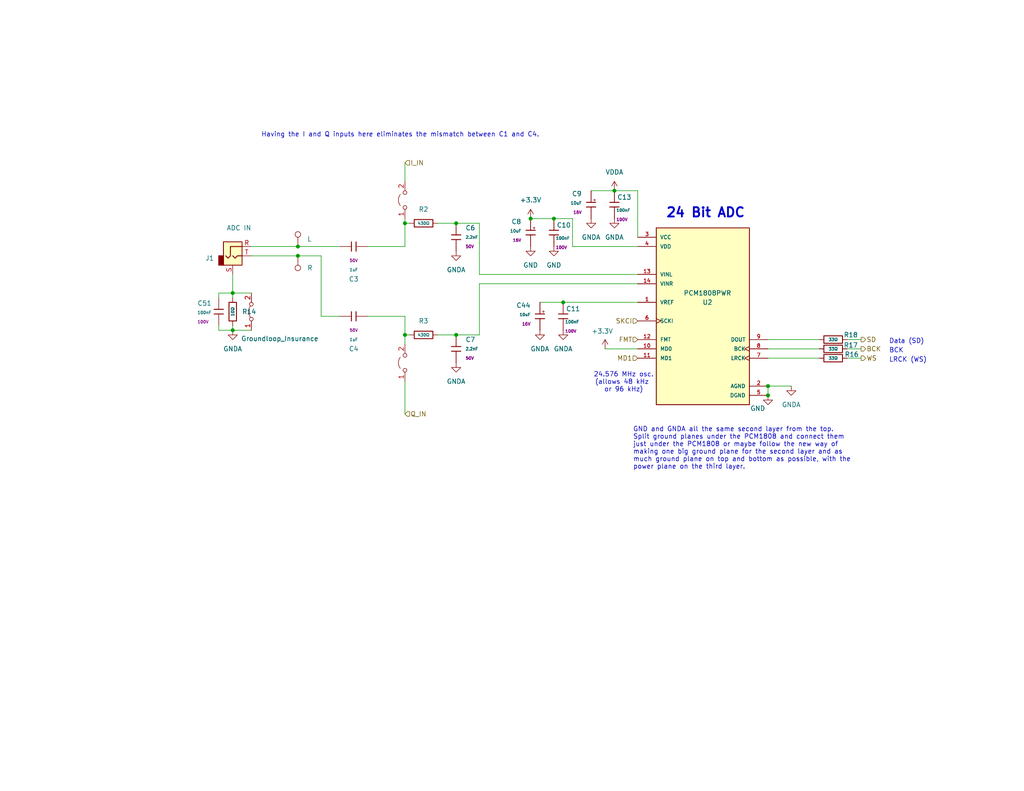
<source format=kicad_sch>
(kicad_sch (version 20250114) (generator "eeschema") (generator_version "9.0")
  (paper "USLetter")
  (title_block (date "2026-01-11") (rev "0.1"))
  (lib_symbols
    (symbol "Connector:TestPoint" (pin_numbers (hide yes)) (pin_names (offset 0.762) (hide yes))
      (property "Reference" "TP" (at 0 6.858 0))
      (property "Value" "TestPoint" (at 0 5.08 0))
      (symbol "TestPoint_0_1"
        (circle (center 0 3.302) (radius 0.762))
      )
      (symbol "TestPoint_1_1"
        (pin passive line (at 0 0 90) (length 2.54) (name "1") (number "1"))
      )
    )
    (symbol "Connector_Audio:AudioJack2_Ground"
      (property "Reference" "J4" (at -5.08 -0.635 0))
      (property "Value" "Audio Out to Soundcard" (at 5.08 7.62 0))
      (symbol "AudioJack2_Ground_0_1"
        (rectangle (start -2.54 -2.54) (end -3.81 0) (stroke (width 0.254)) (fill (type outline)))
        (polyline (pts (xy 0 0) (xy 0.635 -0.635) (xy 1.27 0) (xy 2.54 0)) (stroke (width 0.254)))
        (rectangle (start 2.54 3.81) (end -2.54 -2.54) (stroke (width 0.254)) (fill (type background)))
        (polyline (pts (xy 2.54 2.54) (xy -0.635 2.54) (xy -0.635 0) (xy -1.27 -0.635) (xy -1.905 0)) (stroke (width 0.254)))
      )
      (symbol "AudioJack2_Ground_1_1"
        (pin passive line (at 0 -5.08 90) (length 2.54) (name "~") (number "S"))
        (pin passive line (at 5.08 2.54 180) (length 2.54) (name "~") (number "R"))
        (pin passive line (at 5.08 0 180) (length 2.54) (name "~") (number "T"))
      )
    )
    (symbol "Jumper:Jumper_2_Open" (pin_names (offset 0) (hide yes))
      (property "Reference" "JP" (at 0 2.794 0))
      (property "Value" "Jumper_2_Open" (at 0 -2.286 0))
      (symbol "Jumper_2_Open_0_0"
        (circle (center -2.032 0) (radius 0.508))
        (circle (center 2.032 0) (radius 0.508))
      )
      (symbol "Jumper_2_Open_0_1"
        (arc (start -1.524 1.27) (mid 0 1.778) (end 1.524 1.27))
      )
      (symbol "Jumper_2_Open_1_1"
        (pin passive line (at -5.08 0 0) (length 2.54) (name "A") (number "1"))
        (pin passive line (at 5.08 0 180) (length 2.54) (name "B") (number "2"))
      )
    )
    (symbol "Jumper_2_Bridged_1" (pin_names (offset 0) (hide yes))
      (property "Reference" "JP" (at 0 1.905 0))
      (property "Value" "Jumper_2_Bridged" (at 0 -2.54 0))
      (symbol "Jumper_2_Bridged_1_0_0"
        (circle (center -2.032 0) (radius 0.508))
        (circle (center 2.032 0) (radius 0.508))
      )
      (symbol "Jumper_2_Bridged_1_0_1"
        (arc (start -1.524 0.254) (mid 0 0.762) (end 1.524 0.254))
      )
      (symbol "Jumper_2_Bridged_1_1_1"
        (pin passive line (at -5.08 0 0) (length 2.54) (name "A") (number "1"))
        (pin passive line (at 5.08 0 180) (length 2.54) (name "B") (number "2"))
      )
    )
    (symbol "PCM1808PWR:PCM1808PWR" (pin_names (offset 1.016))
      (property "Reference" "U" (at -12.7 24.13 0))
      (property "Value" "PCM1808PWR" (at -12.7 -27.94 0))
      (symbol "PCM1808PWR_0_0"
        (rectangle (start -12.7 -25.4) (end 12.7 22.86) (stroke (width 0.254)) (fill (type background)))
        (pin power_in line (at -17.78 20.32 0) (length 5.08) (name "VCC") (number "3"))
        (pin power_in line (at -17.78 17.78 0) (length 5.08) (name "VDD") (number "4"))
        (pin input line (at -17.78 10.16 0) (length 5.08) (name "VINL") (number "13"))
        (pin input line (at -17.78 7.62 0) (length 5.08) (name "VINR") (number "14"))
        (pin input line (at -17.78 2.54 0) (length 5.08) (name "VREF") (number "1"))
        (pin input clock (at -17.78 -2.54 0) (length 5.08) (name "SCKI") (number "6"))
        (pin input line (at -17.78 -7.62 0) (length 5.08) (name "FMT") (number "12"))
        (pin input line (at -17.78 -10.16 0) (length 5.08) (name "MD0") (number "10"))
        (pin input line (at -17.78 -12.7 0) (length 5.08) (name "MD1") (number "11"))
        (pin output line (at 17.78 -7.62 180) (length 5.08) (name "DOUT") (number "9"))
        (pin bidirectional clock (at 17.78 -10.16 180) (length 5.08) (name "BCK") (number "8"))
        (pin bidirectional clock (at 17.78 -12.7 180) (length 5.08) (name "LRCK") (number "7"))
        (pin power_in line (at 17.78 -20.32 180) (length 5.08) (name "AGND") (number "2"))
        (pin power_in line (at 17.78 -22.86 180) (length 5.08) (name "DGND") (number "5"))
      )
    )
    (symbol "PCM_JLCPCB-Capacitors:0805,100nF" (pin_numbers (hide yes)) (pin_names (offset 0))
      (property "Reference" "C" (at 2.032 1.668 0))
      (property "Value" "100nF" (at 2.032 -0.3782 0))
      (property "Voltage Rated" "100V" (at 2.032 -2.0462 0))
      (symbol "0805,100nF_0_1"
        (polyline (pts (xy -1.27 0.635) (xy 1.27 0.635)) (stroke (width 0.254)))
        (polyline (pts (xy -1.27 -0.635) (xy 1.27 -0.635)) (stroke (width 0.254)))
      )
      (symbol "0805,100nF_1_1"
        (pin passive line (at 0 3.81 270) (length 3.175) (name "~") (number "1"))
        (pin passive line (at 0 -3.81 90) (length 3.175) (name "~") (number "2"))
      )
    )
    (symbol "PCM_JLCPCB-Capacitors:0805,1uF" (pin_numbers (hide yes)) (pin_names (offset 0))
      (property "Reference" "C" (at 2.032 1.668 0))
      (property "Value" "1uF" (at 2.032 -0.3782 0))
      (property "Voltage Rated" "50V" (at 2.032 -2.0462 0))
      (symbol "0805,1uF_0_1"
        (polyline (pts (xy -1.27 0.635) (xy 1.27 0.635)) (stroke (width 0.254)))
        (polyline (pts (xy -1.27 -0.635) (xy 1.27 -0.635)) (stroke (width 0.254)))
      )
      (symbol "0805,1uF_1_1"
        (pin passive line (at 0 3.81 270) (length 3.175) (name "~") (number "1"))
        (pin passive line (at 0 -3.81 90) (length 3.175) (name "~") (number "2"))
      )
    )
    (symbol "PCM_JLCPCB-Capacitors:0805,2.2nF" (pin_numbers (hide yes)) (pin_names (offset 0))
      (property "Reference" "C" (at 2.032 1.668 0))
      (property "Value" "2.2nF" (at 2.032 -0.3782 0))
      (property "Voltage Rated" "50V" (at 2.032 -2.0462 0))
      (symbol "0805,2.2nF_0_1"
        (polyline (pts (xy -1.27 0.635) (xy 1.27 0.635)) (stroke (width 0.254)))
        (polyline (pts (xy -1.27 -0.635) (xy 1.27 -0.635)) (stroke (width 0.254)))
      )
      (symbol "0805,2.2nF_1_1"
        (pin passive line (at 0 3.81 270) (length 3.175) (name "~") (number "1"))
        (pin passive line (at 0 -3.81 90) (length 3.175) (name "~") (number "2"))
      )
    )
    (symbol "PCM_JLCPCB-Capacitors:CASE-A-3216-18(mm),10uF" (pin_numbers (hide yes)) (pin_names (offset 0))
      (property "Reference" "C" (at 2.032 1.668 0))
      (property "Value" "10uF" (at 2.032 -0.3782 0))
      (property "Rated Voltage" "16V" (at 2.032 -2.0462 0))
      (symbol "CASE-A-3216-18(mm),10uF_0_1"
        (polyline (pts (xy -1.27 1.27) (xy -0.635 1.27)) (stroke (width 0.127)))
        (polyline (pts (xy -1.27 0.635) (xy 1.27 0.635)) (stroke (width 0.254)))
        (polyline (pts (xy -1.27 -0.635) (xy 1.27 -0.635)) (stroke (width 0.254)))
        (polyline (pts (xy -0.9525 1.5875) (xy -0.9525 0.9525)) (stroke (width 0.127)))
      )
      (symbol "CASE-A-3216-18(mm),10uF_1_1"
        (pin passive line (at 0 3.81 270) (length 3.175) (name "~") (number "1"))
        (pin passive line (at 0 -3.81 90) (length 3.175) (name "~") (number "2"))
      )
    )
    (symbol "PCM_JLCPCB-Resistors:0603,10Ω" (pin_numbers (hide yes)) (pin_names (offset 0))
      (property "Reference" "R" (at 1.778 0 0))
      (property "Value" "10Ω" (at 0 0 90))
      (symbol "0603,10Ω_0_1"
        (rectangle (start -1.016 2.54) (end 1.016 -2.54) (stroke (width 0.254)))
      )
      (symbol "0603,10Ω_1_1"
        (pin passive line (at 0 3.81 270) (length 1.27) (name "~") (number "1"))
        (pin passive line (at 0 -3.81 90) (length 1.27) (name "~") (number "2"))
      )
    )
    (symbol "PCM_JLCPCB-Resistors:0603,430Ω" (pin_numbers (hide yes)) (pin_names (offset 0))
      (property "Reference" "R" (at 1.778 0 0))
      (property "Value" "430Ω" (at 0 0 90))
      (symbol "0603,430Ω_0_1"
        (rectangle (start -1.016 2.54) (end 1.016 -2.54) (stroke (width 0.254)))
      )
      (symbol "0603,430Ω_1_1"
        (pin passive line (at 0 3.81 270) (length 1.27) (name "~") (number "1"))
        (pin passive line (at 0 -3.81 90) (length 1.27) (name "~") (number "2"))
      )
    )
    (symbol "PCM_JLCPCB-Resistors:0805,33Ω" (pin_numbers (hide yes)) (pin_names (offset 0))
      (property "Reference" "R" (at 1.778 0 0))
      (property "Value" "33Ω" (at 0 0 90))
      (symbol "0805,33Ω_0_1"
        (rectangle (start -1.016 2.54) (end 1.016 -2.54) (stroke (width 0.254)))
      )
      (symbol "0805,33Ω_1_1"
        (pin passive line (at 0 3.81 270) (length 1.27) (name "~") (number "1"))
        (pin passive line (at 0 -3.81 90) (length 1.27) (name "~") (number "2"))
      )
    )
    (symbol "power:+3.3V" (power) (pin_names (offset 0))
      (property "Value" "+3.3V" (at 0 3.556 0))
      (symbol "+3.3V_0_1"
        (polyline (pts (xy -0.762 1.27) (xy 0 2.54)))
        (polyline (pts (xy 0 2.54) (xy 0.762 1.27)))
        (polyline (pts (xy 0 0) (xy 0 2.54)))
      )
      (symbol "+3.3V_1_1"
        (pin power_in line (at 0 0 90) (length 0) (hide yes) (name "+3.3V") (number "1"))
      )
    )
    (symbol "power:GND" (power) (pin_names (offset 0))
      (property "Value" "GND" (at 0 -3.81 0))
      (symbol "GND_0_1"
        (polyline (pts (xy 0 0) (xy 0 -1.27) (xy 1.27 -1.27) (xy 0 -2.54) (xy -1.27 -1.27) (xy 0 -1.27)))
      )
      (symbol "GND_1_1"
        (pin power_in line (at 0 0 270) (length 0) (hide yes) (name "GND") (number "1"))
      )
    )
    (symbol "power:GNDA" (power) (pin_names (offset 0))
      (property "Value" "GNDA" (at 0 -3.81 0))
      (symbol "GNDA_0_1"
        (polyline (pts (xy 0 0) (xy 0 -1.27) (xy 1.27 -1.27) (xy 0 -2.54) (xy -1.27 -1.27) (xy 0 -1.27)))
      )
      (symbol "GNDA_1_1"
        (pin power_in line (at 0 0 270) (length 0) (hide yes) (name "GNDA") (number "1"))
      )
    )
    (symbol "power:VDDA" (power) (pin_names (offset 0))
      (property "Value" "VDDA" (at 0 3.81 0))
      (symbol "VDDA_0_1"
        (polyline (pts (xy -0.762 1.27) (xy 0 2.54)))
        (polyline (pts (xy 0 2.54) (xy 0.762 1.27)))
        (polyline (pts (xy 0 0) (xy 0 2.54)))
      )
      (symbol "VDDA_1_1"
        (pin power_in line (at 0 0 90) (length 0) (hide yes) (name "VDDA") (number "1"))
      )
    )
  )
  (text "24.576 MHz osc.\n(allows 48 kHz \nor 96 kHz)" (at 170.18 104.394 0) (effects (font (size 1.27 1.27))))
  (text "Data (SD)" (at 242.57 93.98 0) (effects (font (size 1.27 1.27)) (justify left bottom)))
  (text "BCK" (at 242.57 96.52 0) (effects (font (size 1.27 1.27)) (justify left bottom)))
  (text "GND and GNDA all the same second layer from the top.\nSplit ground planes under the PCM1808 and connect them\njust under the PCM1808 or maybe follow the new way of\nmaking one big ground plane for the second layer and as\nmuch ground plane on top and bottom as possible, with the\npower plane on the third layer." (at 172.72 128.27 0) (effects (font (size 1.27 1.27)) (justify left bottom)))
  (text "Having the I and Q inputs here eliminates the mismatch between C1 and C4." (at 109.22 36.83 0) (effects (font (size 1.27 1.27))))
  (text "LRCK (WS)" (at 242.57 99.06 0) (effects (font (size 1.27 1.27)) (justify left bottom)))
  (text "24 Bit ADC" (at 181.61 59.69 0) (effects (font (size 2.54 2.54) (thickness 0.5) (bold yes)) (justify left bottom)))
  (junction (at 124.46 91.44))
  (junction (at 153.67 82.55))
  (junction (at 110.49 91.44))
  (junction (at 144.78 59.69))
  (junction (at 81.28 69.85))
  (junction (at 81.28 67.31))
  (junction (at 63.5 90.17))
  (junction (at 167.64 52.07))
  (junction (at 209.55 107.95))
  (junction (at 209.55 105.41))
  (junction (at 63.5 80.01))
  (junction (at 151.13 59.69))
  (junction (at 124.46 60.96))
  (junction (at 110.49 60.96))
  (wire (pts (xy 167.64 52.07) (xy 173.99 52.07)))
  (wire (pts (xy 63.5 90.17) (xy 68.58 90.17)))
  (wire (pts (xy 63.5 81.28) (xy 63.5 80.01)))
  (wire (pts (xy 231.14 95.25) (xy 234.95 95.25)))
  (wire (pts (xy 100.33 86.36) (xy 110.49 86.36)))
  (wire (pts (xy 165.1 95.25) (xy 173.99 95.25)))
  (wire (pts (xy 100.33 67.31) (xy 110.49 67.31)))
  (wire (pts (xy 68.58 80.01) (xy 63.5 80.01)))
  (wire (pts (xy 59.69 90.17) (xy 63.5 90.17)))
  (wire (pts (xy 161.29 52.07) (xy 167.64 52.07)))
  (wire (pts (xy 156.21 67.31) (xy 173.99 67.31)))
  (wire (pts (xy 63.5 74.93) (xy 63.5 80.01)))
  (wire (pts (xy 87.63 86.36) (xy 92.71 86.36)))
  (wire (pts (xy 110.49 91.44) (xy 111.76 91.44)))
  (wire (pts (xy 144.78 59.69) (xy 151.13 59.69)))
  (wire (pts (xy 110.49 60.96) (xy 111.76 60.96)))
  (wire (pts (xy 81.28 67.31) (xy 92.71 67.31)))
  (wire (pts (xy 209.55 97.79) (xy 223.52 97.79)))
  (wire (pts (xy 130.81 60.96) (xy 130.81 74.93)))
  (wire (pts (xy 110.49 44.45) (xy 110.49 49.53)))
  (wire (pts (xy 209.55 105.41) (xy 209.55 107.95)))
  (wire (pts (xy 231.14 97.79) (xy 234.95 97.79)))
  (wire (pts (xy 87.63 86.36) (xy 87.63 69.85)))
  (wire (pts (xy 110.49 59.69) (xy 110.49 60.96)))
  (wire (pts (xy 151.13 59.69) (xy 156.21 59.69)))
  (wire (pts (xy 209.55 95.25) (xy 223.52 95.25)))
  (wire (pts (xy 153.67 82.55) (xy 173.99 82.55)))
  (wire (pts (xy 124.46 60.96) (xy 130.81 60.96)))
  (wire (pts (xy 68.58 67.31) (xy 81.28 67.31)))
  (wire (pts (xy 209.55 92.71) (xy 223.52 92.71)))
  (wire (pts (xy 59.69 80.01) (xy 63.5 80.01)))
  (wire (pts (xy 63.5 88.9) (xy 63.5 90.17)))
  (wire (pts (xy 124.46 91.44) (xy 130.81 91.44)))
  (wire (pts (xy 156.21 59.69) (xy 156.21 67.31)))
  (wire (pts (xy 130.81 91.44) (xy 130.81 77.47)))
  (wire (pts (xy 209.55 105.41) (xy 215.9 105.41)))
  (wire (pts (xy 130.81 74.93) (xy 173.99 74.93)))
  (wire (pts (xy 119.38 91.44) (xy 124.46 91.44)))
  (wire (pts (xy 110.49 67.31) (xy 110.49 60.96)))
  (wire (pts (xy 147.32 82.55) (xy 153.67 82.55)))
  (wire (pts (xy 231.14 92.71) (xy 234.95 92.71)))
  (wire (pts (xy 68.58 69.85) (xy 81.28 69.85)))
  (wire (pts (xy 81.28 69.85) (xy 87.63 69.85)))
  (wire (pts (xy 119.38 60.96) (xy 124.46 60.96)))
  (wire (pts (xy 173.99 52.07) (xy 173.99 64.77)))
  (wire (pts (xy 110.49 91.44) (xy 110.49 93.98)))
  (wire (pts (xy 110.49 104.14) (xy 110.49 113.03)))
  (wire (pts (xy 59.69 88.9) (xy 59.69 90.17)))
  (wire (pts (xy 130.81 77.47) (xy 173.99 77.47)))
  (wire (pts (xy 59.69 81.28) (xy 59.69 80.01)))
  (wire (pts (xy 110.49 86.36) (xy 110.49 91.44)))
  (hierarchical_label "WS" (shape output) (at 234.95 97.79 0))
  (hierarchical_label "I_IN" (shape input) (at 110.49 44.45 0))
  (hierarchical_label "SKCI" (shape input) (at 173.99 87.63 180))
  (hierarchical_label "SD" (shape output) (at 234.95 92.71 0))
  (hierarchical_label "Q_IN" (shape input) (at 110.49 113.03 0))
  (hierarchical_label "FMT" (shape input) (at 173.99 92.71 180))
  (hierarchical_label "BCK" (shape output) (at 234.95 95.25 0))
  (hierarchical_label "MD1" (shape input) (at 173.99 97.79 180))
  (symbol (lib_id "Connector:TestPoint") (at 81.28 67.31 0) (unit 1)
    (property "Reference" "TP1" (effects (hide yes)))
    (property "Value" "L" (at 83.82 65.278 0) (effects (justify left)))
    (property "Footprint" "TestPoint:TestPoint_THTPad_D1.5mm_Drill0.7mm" (effects (hide yes)))
  )
  (symbol (lib_id "power:GNDA") (at 215.9 105.41 0) (unit 1)
    (property "Reference" "#PWR016" (effects (hide yes)))
    (property "Value" "GNDA" (at 215.9 110.49 0))
  )
  (symbol (lib_id "Connector_Audio:AudioJack2_Ground") (at 63.5 69.85 0) (unit 1)
    (property "Reference" "J1" (at 58.42 70.485 0) (effects (justify right)))
    (property "Value" "ADC IN" (at 68.58 62.23 0) (effects (justify right)))
    (property "Footprint" "Intro_to_CAD:Jack_3.5mm_CUI_SJ-3523-SMT_Horizontal" (effects (hide yes)))
    (property "Datasheet" "https://www.lcsc.com/datasheet/lcsc_datasheet_1811132022_BOOMELE-Boom-Precision-Elec-PJ-320B_C18594.pdf" (effects (hide yes)))
    (property "LCSC" "C18594" (effects (hide yes)))
  )
  (symbol (lib_id "power:GND") (at 144.78 67.31 0) (unit 1)
    (property "Reference" "#PWR05" (effects (hide yes)))
    (property "Value" "GND" (at 144.78 72.39 0))
  )
  (symbol (lib_id "Jumper:Jumper_2_Open") (at 110.49 99.06 90) (unit 1)
    (property "Reference" "JP19" (effects (hide yes)))
    (property "Value" "GND_LP_SND" (effects (hide yes)))
    (property "Footprint" "Jumper:SolderJumper-2_P1.3mm_Open_RoundedPad1.0x1.5mm" (effects (hide yes)))
  )
  (symbol (lib_id "PCM_JLCPCB-Capacitors:0805,100nF") (at 167.64 55.88 180) (unit 1)
    (property "Reference" "C13" (at 168.402 53.848 0) (effects (justify right)))
    (property "Value" "100nF" (at 168.148 57.404 0) (effects (font (size 0.8 0.8)) (justify right)))
    (property "Footprint" "PCM_JLCPCB:C_0805" (effects (hide yes)))
    (property "Datasheet" "https://www.lcsc.com/datasheet/lcsc_datasheet_2304140030_Samsung-Electro-Mechanics-CL21B104KCFNNNE_C28233.pdf" (effects (hide yes)))
    (property "Description" "100V 100nF X7R ±10% 0805 Multilayer Ceramic Capacitors MLCC - SMD/SMT ROHS" (effects (hide yes)))
    (property "LCSC" "C28233" (effects (hide yes)))
    (property "Stock" "1168020" (effects (hide yes)))
    (property "Price" "0.009USD" (effects (hide yes)))
    (property "Process" "SMT" (effects (hide yes)))
    (property "Minimum Qty" "20" (effects (hide yes)))
    (property "Attrition Qty" "10" (effects (hide yes)))
    (property "Class" "Basic Component" (effects (hide yes)))
    (property "Category" "Capacitors,Multilayer Ceramic Capacitors MLCC - SMD/SMT" (effects (hide yes)))
    (property "Manufacturer" "Samsung Electro-Mechanics" (effects (hide yes)))
    (property "Part" "CL21B104KCFNNNE" (effects (hide yes)))
    (property "Voltage Rated" "100V" (at 168.148 59.944 0) (effects (font (size 0.8 0.8)) (justify right)))
    (property "Tolerance" "±10%" (effects (hide yes)))
    (property "Capacitance" "100nF" (effects (hide yes)))
    (property "Temperature Coefficient" "X7R" (effects (hide yes)))
  )
  (symbol (lib_id "PCM_JLCPCB-Resistors:0603,430Ω") (at 115.57 91.44 90) (unit 1)
    (property "Reference" "R3" (at 115.57 87.63 90))
    (property "Value" "430Ω" (at 115.57 91.44 90) (effects (font (size 0.8 0.8))))
    (property "Footprint" "PCM_JLCPCB:R_0603" (effects (hide yes)))
    (property "Datasheet" "https://www.lcsc.com/datasheet/lcsc_datasheet_2206010116_UNI-ROYAL-Uniroyal-Elec-0603WAF4300T5E_C23170.pdf" (effects (hide yes)))
    (property "Description" "100mW Thick Film Resistors 75V ±100ppm/°C ±1% 430Ω 0603 Chip Resistor - Surface Mount ROHS" (effects (hide yes)))
    (property "LCSC" "C23170" (effects (hide yes)))
    (property "Stock" "231507" (effects (hide yes)))
    (property "Price" "0.004USD" (effects (hide yes)))
    (property "Process" "SMT" (effects (hide yes)))
    (property "Minimum Qty" "20" (effects (hide yes)))
    (property "Attrition Qty" "10" (effects (hide yes)))
    (property "Class" "Preferred Component" (effects (hide yes)))
    (property "Category" "Resistors,Chip Resistor - Surface Mount" (effects (hide yes)))
    (property "Manufacturer" "UNI-ROYAL(Uniroyal Elec)" (effects (hide yes)))
    (property "Part" "0603WAF4300T5E" (effects (hide yes)))
    (property "Resistance" "430Ω" (effects (hide yes)))
    (property "Power(Watts)" "100mW" (effects (hide yes)))
    (property "Type" "Thick Film Resistors" (effects (hide yes)))
    (property "Overload Voltage (Max)" "75V" (effects (hide yes)))
    (property "Operating Temperature Range" "-55°C~+155°C" (effects (hide yes)))
    (property "Tolerance" "±1%" (effects (hide yes)))
    (property "Temperature Coefficient" "±100ppm/°C" (effects (hide yes)))
  )
  (symbol (lib_id "PCM_JLCPCB-Resistors:0805,33Ω") (at 227.33 92.71 90) (unit 1)
    (property "Reference" "R18" (at 232.156 91.44 90))
    (property "Value" "33Ω" (at 227.33 92.71 90) (effects (font (size 0.8 0.8))))
    (property "Footprint" "PCM_JLCPCB:R_0805" (effects (hide yes)))
    (property "Datasheet" "https://www.lcsc.com/datasheet/lcsc_datasheet_2205311830_UNI-ROYAL-Uniroyal-Elec-0805W8F330JT5E_C17634.pdf" (effects (hide yes)))
    (property "Description" "125mW Thick Film Resistors 150V ±1% ±200ppm/°C 33Ω 0805 Chip Resistor - Surface Mount ROHS" (effects (hide yes)))
    (property "LCSC" "C17634" (effects (hide yes)))
    (property "Stock" "335994" (effects (hide yes)))
    (property "Price" "0.005USD" (effects (hide yes)))
    (property "Process" "SMT" (effects (hide yes)))
    (property "Minimum Qty" "20" (effects (hide yes)))
    (property "Attrition Qty" "10" (effects (hide yes)))
    (property "Class" "Basic Component" (effects (hide yes)))
    (property "Category" "Resistors,Chip Resistor - Surface Mount" (effects (hide yes)))
    (property "Manufacturer" "UNI-ROYAL(Uniroyal Elec)" (effects (hide yes)))
    (property "Part" "0805W8F330JT5E" (effects (hide yes)))
    (property "Resistance" "33Ω" (effects (hide yes)))
    (property "Power(Watts)" "125mW" (effects (hide yes)))
    (property "Type" "Thick Film Resistors" (effects (hide yes)))
    (property "Overload Voltage (Max)" "150V" (effects (hide yes)))
    (property "Operating Temperature Range" "-55°C~+155°C" (effects (hide yes)))
    (property "Tolerance" "±1%" (effects (hide yes)))
    (property "Temperature Coefficient" "±200ppm/°C" (effects (hide yes)))
  )
  (symbol (lib_id "PCM_JLCPCB-Capacitors:CASE-A-3216-18(mm),10uF") (at 147.32 86.36 0) (mirror y) (unit 1)
    (property "Reference" "C44" (at 144.78 83.3754 0) (effects (justify left)))
    (property "Value" "10uF" (at 144.78 85.9155 0) (effects (font (size 0.8 0.8)) (justify left)))
    (property "Footprint" "PCM_JLCPCB:C_CASE-A-3216-18(mm)" (effects (hide yes)))
    (property "Datasheet" "https://www.lcsc.com/datasheet/lcsc_datasheet_2304140030_Kyocera-AVX-TAJA106K016RNJ_C7171.pdf" (effects (hide yes)))
    (property "Description" "10uF 16V 3Ω@100kHz ±10% CASE-A-3216-18(mm) Tantalum Capacitors ROHS" (effects (hide yes)))
    (property "LCSC" "C7171" (effects (hide yes)))
    (property "Stock" "887054" (effects (hide yes)))
    (property "Price" "0.133USD" (effects (hide yes)))
    (property "Process" "SMT" (effects (hide yes)))
    (property "Minimum Qty" "5" (effects (hide yes)))
    (property "Attrition Qty" "2" (effects (hide yes)))
    (property "Class" "Basic Component" (effects (hide yes)))
    (property "Category" "Capacitors,Tantalum Capacitors" (effects (hide yes)))
    (property "Manufacturer" "AVX" (effects (hide yes)))
    (property "Part" "TAJA106K016RNJ" (effects (hide yes)))
    (property "Operating Temperature" "-55°C~+125°C" (effects (hide yes)))
    (property "Equivalent Series Resistance(ESR)" "3Ω@100kHz" (effects (hide yes)))
    (property "Tolerance" "±10%" (effects (hide yes)))
    (property "Capacitance" "10uF" (effects (hide yes)))
    (property "Rated Voltage" "16V" (at 144.78 88.4555 0) (effects (font (size 0.8 0.8)) (justify left)))
  )
  (symbol (lib_id "PCM_JLCPCB-Capacitors:0805,2.2nF") (at 124.46 64.77 0) (unit 1)
    (property "Reference" "C6" (at 127 62.2299 0) (effects (justify left)))
    (property "Value" "2.2nF" (at 127 64.77 0) (effects (font (size 0.8 0.8)) (justify left)))
    (property "Footprint" "PCM_JLCPCB:C_0805" (effects (hide yes)))
    (property "Datasheet" "https://www.lcsc.com/datasheet/lcsc_datasheet_2304140030_Samsung-Electro-Mechanics-CL21C222JBFNNNE_C28260.pdf" (effects (hide yes)))
    (property "Description" "50V 2.2nF C0G ±5% 0805 Multilayer Ceramic Capacitors MLCC - SMD/SMT ROHS" (effects (hide yes)))
    (property "LCSC" "C28260" (effects (hide yes)))
    (property "Stock" "107552" (effects (hide yes)))
    (property "Price" "0.033USD" (effects (hide yes)))
    (property "Process" "SMT" (effects (hide yes)))
    (property "Minimum Qty" "5" (effects (hide yes)))
    (property "Attrition Qty" "4" (effects (hide yes)))
    (property "Class" "Basic Component" (effects (hide yes)))
    (property "Category" "Capacitors,Multilayer Ceramic Capacitors MLCC - SMD/SMT" (effects (hide yes)))
    (property "Manufacturer" "Samsung Electro-Mechanics" (effects (hide yes)))
    (property "Part" "CL21C222JBFNNNE" (effects (hide yes)))
    (property "Voltage Rated" "50V" (at 127 67.31 0) (effects (font (size 0.8 0.8)) (justify left)))
    (property "Tolerance" "±5%" (effects (hide yes)))
    (property "Capacitance" "2.2nF" (effects (hide yes)))
    (property "Temperature Coefficient" "C0G" (effects (hide yes)))
  )
  (symbol (lib_id "power:GNDA") (at 153.67 90.17 0) (unit 1)
    (property "Reference" "#PWR010" (effects (hide yes)))
    (property "Value" "GNDA" (at 153.67 95.25 0))
  )
  (symbol (lib_id "power:GND") (at 209.55 107.95 0) (unit 1)
    (property "Reference" "#PWR015" (effects (hide yes)))
    (property "Value" "GND" (at 206.756 111.506 0))
  )
  (symbol (lib_id "power:GNDA") (at 147.32 90.17 0) (unit 1)
    (property "Reference" "#PWR06" (effects (hide yes)))
    (property "Value" "GNDA" (at 147.32 95.25 0))
  )
  (symbol (lib_id "PCM_JLCPCB-Capacitors:CASE-A-3216-18(mm),10uF") (at 161.29 55.88 0) (mirror y) (unit 1)
    (property "Reference" "C9" (at 158.75 52.8954 0) (effects (justify left)))
    (property "Value" "10uF" (at 158.75 55.4355 0) (effects (font (size 0.8 0.8)) (justify left)))
    (property "Footprint" "PCM_JLCPCB:C_CASE-A-3216-18(mm)" (effects (hide yes)))
    (property "Datasheet" "https://www.lcsc.com/datasheet/lcsc_datasheet_2304140030_Kyocera-AVX-TAJA106K016RNJ_C7171.pdf" (effects (hide yes)))
    (property "Description" "10uF 16V 3Ω@100kHz ±10% CASE-A-3216-18(mm) Tantalum Capacitors ROHS" (effects (hide yes)))
    (property "LCSC" "C7171" (effects (hide yes)))
    (property "Stock" "887054" (effects (hide yes)))
    (property "Price" "0.133USD" (effects (hide yes)))
    (property "Process" "SMT" (effects (hide yes)))
    (property "Minimum Qty" "5" (effects (hide yes)))
    (property "Attrition Qty" "2" (effects (hide yes)))
    (property "Class" "Basic Component" (effects (hide yes)))
    (property "Category" "Capacitors,Tantalum Capacitors" (effects (hide yes)))
    (property "Manufacturer" "AVX" (effects (hide yes)))
    (property "Part" "TAJA106K016RNJ" (effects (hide yes)))
    (property "Operating Temperature" "-55°C~+125°C" (effects (hide yes)))
    (property "Equivalent Series Resistance(ESR)" "3Ω@100kHz" (effects (hide yes)))
    (property "Tolerance" "±10%" (effects (hide yes)))
    (property "Capacitance" "10uF" (effects (hide yes)))
    (property "Rated Voltage" "16V" (at 158.75 57.9755 0) (effects (font (size 0.8 0.8)) (justify left)))
  )
  (symbol (lib_id "PCM_JLCPCB-Capacitors:0805,100nF") (at 59.69 85.09 180) (unit 1)
    (property "Reference" "C51" (at 53.848 82.8039 0) (effects (justify right)))
    (property "Value" "100nF" (at 53.848 85.344 0) (effects (font (size 0.8 0.8)) (justify right)))
    (property "Footprint" "PCM_JLCPCB:C_0805" (effects (hide yes)))
    (property "Datasheet" "https://www.lcsc.com/datasheet/lcsc_datasheet_2304140030_Samsung-Electro-Mechanics-CL21B104KCFNNNE_C28233.pdf" (effects (hide yes)))
    (property "Description" "100V 100nF X7R ±10% 0805 Multilayer Ceramic Capacitors MLCC - SMD/SMT ROHS" (effects (hide yes)))
    (property "LCSC" "C28233" (effects (hide yes)))
    (property "Stock" "1168020" (effects (hide yes)))
    (property "Price" "0.009USD" (effects (hide yes)))
    (property "Process" "SMT" (effects (hide yes)))
    (property "Minimum Qty" "20" (effects (hide yes)))
    (property "Attrition Qty" "10" (effects (hide yes)))
    (property "Class" "Basic Component" (effects (hide yes)))
    (property "Category" "Capacitors,Multilayer Ceramic Capacitors MLCC - SMD/SMT" (effects (hide yes)))
    (property "Manufacturer" "Samsung Electro-Mechanics" (effects (hide yes)))
    (property "Part" "CL21B104KCFNNNE" (effects (hide yes)))
    (property "Voltage Rated" "100V" (at 53.848 87.884 0) (effects (font (size 0.8 0.8)) (justify right)))
    (property "Tolerance" "±10%" (effects (hide yes)))
    (property "Capacitance" "100nF" (effects (hide yes)))
    (property "Temperature Coefficient" "X7R" (effects (hide yes)))
  )
  (symbol (lib_id "PCM_JLCPCB-Resistors:0805,33Ω") (at 227.33 95.25 90) (unit 1)
    (property "Reference" "R17" (at 232.156 94.234 90))
    (property "Value" "33Ω" (at 227.33 95.25 90) (effects (font (size 0.8 0.8))))
    (property "Footprint" "PCM_JLCPCB:R_0805" (effects (hide yes)))
    (property "Datasheet" "https://www.lcsc.com/datasheet/lcsc_datasheet_2205311830_UNI-ROYAL-Uniroyal-Elec-0805W8F330JT5E_C17634.pdf" (effects (hide yes)))
    (property "Description" "125mW Thick Film Resistors 150V ±1% ±200ppm/°C 33Ω 0805 Chip Resistor - Surface Mount ROHS" (effects (hide yes)))
    (property "LCSC" "C17634" (effects (hide yes)))
    (property "Stock" "335994" (effects (hide yes)))
    (property "Price" "0.005USD" (effects (hide yes)))
    (property "Process" "SMT" (effects (hide yes)))
    (property "Minimum Qty" "20" (effects (hide yes)))
    (property "Attrition Qty" "10" (effects (hide yes)))
    (property "Class" "Basic Component" (effects (hide yes)))
    (property "Category" "Resistors,Chip Resistor - Surface Mount" (effects (hide yes)))
    (property "Manufacturer" "UNI-ROYAL(Uniroyal Elec)" (effects (hide yes)))
    (property "Part" "0805W8F330JT5E" (effects (hide yes)))
    (property "Resistance" "33Ω" (effects (hide yes)))
    (property "Power(Watts)" "125mW" (effects (hide yes)))
    (property "Type" "Thick Film Resistors" (effects (hide yes)))
    (property "Overload Voltage (Max)" "150V" (effects (hide yes)))
    (property "Operating Temperature Range" "-55°C~+155°C" (effects (hide yes)))
    (property "Tolerance" "±1%" (effects (hide yes)))
    (property "Temperature Coefficient" "±200ppm/°C" (effects (hide yes)))
  )
  (symbol (lib_id "PCM_JLCPCB-Capacitors:CASE-A-3216-18(mm),10uF") (at 144.78 63.5 0) (mirror y) (unit 1)
    (property "Reference" "C8" (at 142.24 60.5154 0) (effects (justify left)))
    (property "Value" "10uF" (at 142.24 63.0555 0) (effects (font (size 0.8 0.8)) (justify left)))
    (property "Footprint" "PCM_JLCPCB:C_CASE-A-3216-18(mm)" (effects (hide yes)))
    (property "Datasheet" "https://www.lcsc.com/datasheet/lcsc_datasheet_2304140030_Kyocera-AVX-TAJA106K016RNJ_C7171.pdf" (effects (hide yes)))
    (property "Description" "10uF 16V 3Ω@100kHz ±10% CASE-A-3216-18(mm) Tantalum Capacitors ROHS" (effects (hide yes)))
    (property "LCSC" "C7171" (effects (hide yes)))
    (property "Stock" "887054" (effects (hide yes)))
    (property "Price" "0.133USD" (effects (hide yes)))
    (property "Process" "SMT" (effects (hide yes)))
    (property "Minimum Qty" "5" (effects (hide yes)))
    (property "Attrition Qty" "2" (effects (hide yes)))
    (property "Class" "Basic Component" (effects (hide yes)))
    (property "Category" "Capacitors,Tantalum Capacitors" (effects (hide yes)))
    (property "Manufacturer" "AVX" (effects (hide yes)))
    (property "Part" "TAJA106K016RNJ" (effects (hide yes)))
    (property "Operating Temperature" "-55°C~+125°C" (effects (hide yes)))
    (property "Equivalent Series Resistance(ESR)" "3Ω@100kHz" (effects (hide yes)))
    (property "Tolerance" "±10%" (effects (hide yes)))
    (property "Capacitance" "10uF" (effects (hide yes)))
    (property "Rated Voltage" "16V" (at 142.24 65.5955 0) (effects (font (size 0.8 0.8)) (justify left)))
  )
  (symbol (lib_id "Jumper:Jumper_2_Open") (at 110.49 54.61 90) (unit 1)
    (property "Reference" "JP18" (effects (hide yes)))
    (property "Value" "GND_LP_SND" (effects (hide yes)))
    (property "Footprint" "Jumper:SolderJumper-2_P1.3mm_Open_RoundedPad1.0x1.5mm" (effects (hide yes)))
  )
  (symbol (lib_name "Jumper_2_Bridged_1") (lib_id "Jumper:Jumper_2_Bridged") (at 68.58 85.09 90) (unit 1)
    (property "Reference" "e4" (effects (hide yes)))
    (property "Value" "Groundloop_Insurance" (at 65.786 92.456 90) (effects (justify right)))
    (property "Footprint" "Jumper:SolderJumper-2_P1.3mm_Bridged_RoundedPad1.0x1.5mm" (effects (hide yes)))
    (property "Description" "Jumper, 2-pole, closed/bridged" (effects (hide yes)))
  )
  (symbol (lib_id "power:GNDA") (at 167.64 59.69 0) (unit 1)
    (property "Reference" "#PWR013" (effects (hide yes)))
    (property "Value" "GNDA" (at 167.64 64.77 0))
  )
  (symbol (lib_id "power:+3.3V") (at 165.1 95.25 0) (unit 1)
    (property "Reference" "#PWR014" (effects (hide yes)))
    (property "Value" "+3.3V" (at 164.338 90.424 0))
  )
  (symbol (lib_id "PCM_JLCPCB-Capacitors:0805,100nF") (at 151.13 63.5 180) (unit 1)
    (property "Reference" "C10" (at 151.892 61.468 0) (effects (justify right)))
    (property "Value" "100nF" (at 151.638 65.024 0) (effects (font (size 0.8 0.8)) (justify right)))
    (property "Footprint" "PCM_JLCPCB:C_0805" (effects (hide yes)))
    (property "Datasheet" "https://www.lcsc.com/datasheet/lcsc_datasheet_2304140030_Samsung-Electro-Mechanics-CL21B104KCFNNNE_C28233.pdf" (effects (hide yes)))
    (property "Description" "100V 100nF X7R ±10% 0805 Multilayer Ceramic Capacitors MLCC - SMD/SMT ROHS" (effects (hide yes)))
    (property "LCSC" "C28233" (effects (hide yes)))
    (property "Stock" "1168020" (effects (hide yes)))
    (property "Price" "0.009USD" (effects (hide yes)))
    (property "Process" "SMT" (effects (hide yes)))
    (property "Minimum Qty" "20" (effects (hide yes)))
    (property "Attrition Qty" "10" (effects (hide yes)))
    (property "Class" "Basic Component" (effects (hide yes)))
    (property "Category" "Capacitors,Multilayer Ceramic Capacitors MLCC - SMD/SMT" (effects (hide yes)))
    (property "Manufacturer" "Samsung Electro-Mechanics" (effects (hide yes)))
    (property "Part" "CL21B104KCFNNNE" (effects (hide yes)))
    (property "Voltage Rated" "100V" (at 151.638 67.564 0) (effects (font (size 0.8 0.8)) (justify right)))
    (property "Tolerance" "±10%" (effects (hide yes)))
    (property "Capacitance" "100nF" (effects (hide yes)))
    (property "Temperature Coefficient" "X7R" (effects (hide yes)))
  )
  (symbol (lib_id "power:GNDA") (at 161.29 59.69 0) (unit 1)
    (property "Reference" "#PWR011" (effects (hide yes)))
    (property "Value" "GNDA" (at 161.29 64.77 0))
  )
  (symbol (lib_id "power:+3.3V") (at 144.78 59.69 0) (unit 1)
    (property "Reference" "#PWR04" (effects (hide yes)))
    (property "Value" "+3.3V" (at 144.78 54.61 0))
  )
  (symbol (lib_id "PCM_JLCPCB-Capacitors:0805,1uF") (at 96.52 67.31 270) (unit 1)
    (property "Reference" "C3" (at 96.52 76.2 90))
    (property "Value" "1uF" (at 96.52 73.66 90) (effects (font (size 0.8 0.8))))
    (property "Footprint" "PCM_JLCPCB:C_0805" (effects (hide yes)))
    (property "Datasheet" "https://www.lcsc.com/datasheet/lcsc_datasheet_2304140030_Samsung-Electro-Mechanics-CL21B105KBFNNNE_C28323.pdf" (effects (hide yes)))
    (property "Description" "50V 1uF X7R ±10% 0805 Multilayer Ceramic Capacitors MLCC - SMD/SMT ROHS" (effects (hide yes)))
    (property "LCSC" "C28323" (effects (hide yes)))
    (property "Stock" "4334256" (effects (hide yes)))
    (property "Price" "0.012USD" (effects (hide yes)))
    (property "Process" "SMT" (effects (hide yes)))
    (property "Minimum Qty" "20" (effects (hide yes)))
    (property "Attrition Qty" "10" (effects (hide yes)))
    (property "Class" "Basic Component" (effects (hide yes)))
    (property "Category" "Capacitors,Multilayer Ceramic Capacitors MLCC - SMD/SMT" (effects (hide yes)))
    (property "Manufacturer" "Samsung Electro-Mechanics" (effects (hide yes)))
    (property "Part" "CL21B105KBFNNNE" (effects (hide yes)))
    (property "Voltage Rated" "50V" (at 96.52 71.12 90) (effects (font (size 0.8 0.8))))
    (property "Tolerance" "±10%" (effects (hide yes)))
    (property "Capacitance" "1uF" (effects (hide yes)))
    (property "Temperature Coefficient" "X7R" (effects (hide yes)))
  )
  (symbol (lib_id "PCM_JLCPCB-Capacitors:0805,1uF") (at 96.52 86.36 270) (unit 1)
    (property "Reference" "C4" (at 96.52 95.25 90))
    (property "Value" "1uF" (at 96.52 92.71 90) (effects (font (size 0.8 0.8))))
    (property "Footprint" "PCM_JLCPCB:C_0805" (effects (hide yes)))
    (property "Datasheet" "https://www.lcsc.com/datasheet/lcsc_datasheet_2304140030_Samsung-Electro-Mechanics-CL21B105KBFNNNE_C28323.pdf" (effects (hide yes)))
    (property "Description" "50V 1uF X7R ±10% 0805 Multilayer Ceramic Capacitors MLCC - SMD/SMT ROHS" (effects (hide yes)))
    (property "LCSC" "C28323" (effects (hide yes)))
    (property "Stock" "4334256" (effects (hide yes)))
    (property "Price" "0.012USD" (effects (hide yes)))
    (property "Process" "SMT" (effects (hide yes)))
    (property "Minimum Qty" "20" (effects (hide yes)))
    (property "Attrition Qty" "10" (effects (hide yes)))
    (property "Class" "Basic Component" (effects (hide yes)))
    (property "Category" "Capacitors,Multilayer Ceramic Capacitors MLCC - SMD/SMT" (effects (hide yes)))
    (property "Manufacturer" "Samsung Electro-Mechanics" (effects (hide yes)))
    (property "Part" "CL21B105KBFNNNE" (effects (hide yes)))
    (property "Voltage Rated" "50V" (at 96.52 90.17 90) (effects (font (size 0.8 0.8))))
    (property "Tolerance" "±10%" (effects (hide yes)))
    (property "Capacitance" "1uF" (effects (hide yes)))
    (property "Temperature Coefficient" "X7R" (effects (hide yes)))
  )
  (symbol (lib_id "power:GNDA") (at 124.46 68.58 0) (mirror y) (unit 1)
    (property "Reference" "#PWR02" (effects (hide yes)))
    (property "Value" "GNDA" (at 124.46 73.66 0))
  )
  (symbol (lib_id "PCM_JLCPCB-Capacitors:0805,2.2nF") (at 124.46 95.25 0) (unit 1)
    (property "Reference" "C7" (at 127 92.7099 0) (effects (justify left)))
    (property "Value" "2.2nF" (at 127 95.25 0) (effects (font (size 0.8 0.8)) (justify left)))
    (property "Footprint" "PCM_JLCPCB:C_0805" (effects (hide yes)))
    (property "Datasheet" "https://www.lcsc.com/datasheet/lcsc_datasheet_2304140030_Samsung-Electro-Mechanics-CL21C222JBFNNNE_C28260.pdf" (effects (hide yes)))
    (property "Description" "50V 2.2nF C0G ±5% 0805 Multilayer Ceramic Capacitors MLCC - SMD/SMT ROHS" (effects (hide yes)))
    (property "LCSC" "C28260" (effects (hide yes)))
    (property "Stock" "107552" (effects (hide yes)))
    (property "Price" "0.033USD" (effects (hide yes)))
    (property "Process" "SMT" (effects (hide yes)))
    (property "Minimum Qty" "5" (effects (hide yes)))
    (property "Attrition Qty" "4" (effects (hide yes)))
    (property "Class" "Basic Component" (effects (hide yes)))
    (property "Category" "Capacitors,Multilayer Ceramic Capacitors MLCC - SMD/SMT" (effects (hide yes)))
    (property "Manufacturer" "Samsung Electro-Mechanics" (effects (hide yes)))
    (property "Part" "CL21C222JBFNNNE" (effects (hide yes)))
    (property "Voltage Rated" "50V" (at 127 97.79 0) (effects (font (size 0.8 0.8)) (justify left)))
    (property "Tolerance" "±5%" (effects (hide yes)))
    (property "Capacitance" "2.2nF" (effects (hide yes)))
    (property "Temperature Coefficient" "C0G" (effects (hide yes)))
  )
  (symbol (lib_id "Connector:TestPoint") (at 81.28 69.85 180) (unit 1)
    (property "Reference" "TP2" (effects (hide yes)))
    (property "Value" "R" (at 83.82 73.1519 0) (effects (justify right)))
    (property "Footprint" "TestPoint:TestPoint_THTPad_D1.5mm_Drill0.7mm" (effects (hide yes)))
  )
  (symbol (lib_id "PCM_JLCPCB-Resistors:0603,430Ω") (at 115.57 60.96 90) (unit 1)
    (property "Reference" "R2" (at 115.57 57.15 90))
    (property "Value" "430Ω" (at 115.57 60.96 90) (effects (font (size 0.8 0.8))))
    (property "Footprint" "PCM_JLCPCB:R_0603" (effects (hide yes)))
    (property "Datasheet" "https://www.lcsc.com/datasheet/lcsc_datasheet_2206010116_UNI-ROYAL-Uniroyal-Elec-0603WAF4300T5E_C23170.pdf" (effects (hide yes)))
    (property "Description" "100mW Thick Film Resistors 75V ±100ppm/°C ±1% 430Ω 0603 Chip Resistor - Surface Mount ROHS" (effects (hide yes)))
    (property "LCSC" "C23170" (effects (hide yes)))
    (property "Stock" "231507" (effects (hide yes)))
    (property "Price" "0.004USD" (effects (hide yes)))
    (property "Process" "SMT" (effects (hide yes)))
    (property "Minimum Qty" "20" (effects (hide yes)))
    (property "Attrition Qty" "10" (effects (hide yes)))
    (property "Class" "Preferred Component" (effects (hide yes)))
    (property "Category" "Resistors,Chip Resistor - Surface Mount" (effects (hide yes)))
    (property "Manufacturer" "UNI-ROYAL(Uniroyal Elec)" (effects (hide yes)))
    (property "Part" "0603WAF4300T5E" (effects (hide yes)))
    (property "Resistance" "430Ω" (effects (hide yes)))
    (property "Power(Watts)" "100mW" (effects (hide yes)))
    (property "Type" "Thick Film Resistors" (effects (hide yes)))
    (property "Overload Voltage (Max)" "75V" (effects (hide yes)))
    (property "Operating Temperature Range" "-55°C~+155°C" (effects (hide yes)))
    (property "Tolerance" "±1%" (effects (hide yes)))
    (property "Temperature Coefficient" "±100ppm/°C" (effects (hide yes)))
  )
  (symbol (lib_id "power:VDDA") (at 167.64 52.07 0) (unit 1)
    (property "Reference" "#PWR012" (effects (hide yes)))
    (property "Value" "VDDA" (at 167.64 46.99 0))
  )
  (symbol (lib_id "power:GNDA") (at 124.46 99.06 0) (mirror y) (unit 1)
    (property "Reference" "#PWR03" (effects (hide yes)))
    (property "Value" "GNDA" (at 124.46 104.14 0))
  )
  (symbol (lib_id "power:GND") (at 151.13 67.31 0) (unit 1)
    (property "Reference" "#PWR07" (effects (hide yes)))
    (property "Value" "GND" (at 151.13 72.39 0))
  )
  (symbol (lib_id "PCM_JLCPCB-Resistors:0805,33Ω") (at 227.33 97.79 90) (unit 1)
    (property "Reference" "R16" (at 232.41 96.774 90))
    (property "Value" "33Ω" (at 227.33 97.79 90) (effects (font (size 0.8 0.8))))
    (property "Footprint" "PCM_JLCPCB:R_0805" (effects (hide yes)))
    (property "Datasheet" "https://www.lcsc.com/datasheet/lcsc_datasheet_2205311830_UNI-ROYAL-Uniroyal-Elec-0805W8F330JT5E_C17634.pdf" (effects (hide yes)))
    (property "Description" "125mW Thick Film Resistors 150V ±1% ±200ppm/°C 33Ω 0805 Chip Resistor - Surface Mount ROHS" (effects (hide yes)))
    (property "LCSC" "C17634" (effects (hide yes)))
    (property "Stock" "335994" (effects (hide yes)))
    (property "Price" "0.005USD" (effects (hide yes)))
    (property "Process" "SMT" (effects (hide yes)))
    (property "Minimum Qty" "20" (effects (hide yes)))
    (property "Attrition Qty" "10" (effects (hide yes)))
    (property "Class" "Basic Component" (effects (hide yes)))
    (property "Category" "Resistors,Chip Resistor - Surface Mount" (effects (hide yes)))
    (property "Manufacturer" "UNI-ROYAL(Uniroyal Elec)" (effects (hide yes)))
    (property "Part" "0805W8F330JT5E" (effects (hide yes)))
    (property "Resistance" "33Ω" (effects (hide yes)))
    (property "Power(Watts)" "125mW" (effects (hide yes)))
    (property "Type" "Thick Film Resistors" (effects (hide yes)))
    (property "Overload Voltage (Max)" "150V" (effects (hide yes)))
    (property "Operating Temperature Range" "-55°C~+155°C" (effects (hide yes)))
    (property "Tolerance" "±1%" (effects (hide yes)))
    (property "Temperature Coefficient" "±200ppm/°C" (effects (hide yes)))
  )
  (symbol (lib_id "PCM_JLCPCB-Resistors:0603,10Ω") (at 63.5 85.09 0) (unit 1)
    (property "Reference" "R14" (at 66.04 85.0899 0) (effects (justify left)))
    (property "Value" "10Ω" (at 63.5 85.09 90) (effects (font (size 0.8 0.8))))
    (property "Footprint" "PCM_JLCPCB:R_0603" (effects (hide yes)))
    (property "Datasheet" "https://www.lcsc.com/datasheet/lcsc_datasheet_2206010130_UNI-ROYAL-Uniroyal-Elec-0603WAF100JT5E_C22859.pdf" (effects (hide yes)))
    (property "Description" "100mW Thick Film Resistors 75V ±1% ±400ppm/°C 10Ω 0603 Chip Resistor - Surface Mount ROHS" (effects (hide yes)))
    (property "LCSC" "C22859" (effects (hide yes)))
    (property "Stock" "5764851" (effects (hide yes)))
    (property "Price" "0.004USD" (effects (hide yes)))
    (property "Process" "SMT" (effects (hide yes)))
    (property "Minimum Qty" "20" (effects (hide yes)))
    (property "Attrition Qty" "10" (effects (hide yes)))
    (property "Class" "Basic Component" (effects (hide yes)))
    (property "Category" "Resistors,Chip Resistor - Surface Mount" (effects (hide yes)))
    (property "Manufacturer" "UNI-ROYAL(Uniroyal Elec)" (effects (hide yes)))
    (property "Part" "0603WAF100JT5E" (effects (hide yes)))
    (property "Resistance" "10Ω" (effects (hide yes)))
    (property "Power(Watts)" "100mW" (effects (hide yes)))
    (property "Type" "Thick Film Resistors" (effects (hide yes)))
    (property "Overload Voltage (Max)" "75V" (effects (hide yes)))
    (property "Operating Temperature Range" "-55°C~+155°C" (effects (hide yes)))
    (property "Tolerance" "±1%" (effects (hide yes)))
    (property "Temperature Coefficient" "±400ppm/°C" (effects (hide yes)))
  )
  (symbol (lib_id "power:GNDA") (at 63.5 90.17 0) (unit 1)
    (property "Reference" "#PWR01" (effects (hide yes)))
    (property "Value" "GNDA" (at 63.5 95.25 0))
  )
  (symbol (lib_id "PCM1808PWR:PCM1808PWR") (at 191.77 85.09 0) (unit 1)
    (property "Reference" "U2" (at 193.04 82.55 0))
    (property "Value" "PCM1808PWR" (at 193.04 80.01 0))
    (property "Footprint" "Package_SO:TSSOP-14_4.4x5mm_P0.65mm" (effects (hide yes)))
    (property "Datasheet" "https://www.ti.com/lit/ds/symlink/pcm1808.pdf?ts=1705856805393&ref_url=https%253A%252F%252Fwww.ti.com%252Fproduct%252FPCM1808%253FkeyMatch%253DPCM1808%2526tisearch%253Dsearch-everything%2526usecase%253DGPN-ALT" (effects (hide yes)))
    (property "Description" "24-bit, 99-dB SNR, 96-kHz stereo ADC with single-ended inputs" (effects (hide yes)))
    (property "MF" "Texas Instruments" (effects (hide yes)))
    (property "MAXIMUM_PACKAGE_HEIGHT" "1.2 mm" (effects (hide yes)))
    (property "Package" "TSSOP-14 Texas Instruments" (effects (hide yes)))
    (property "Price" "None" (effects (hide yes)))
    (property "Check_prices" "https://www.snapeda.com/parts/PCM1808PWR/Texas+Instruments/view-part/?ref=eda" (effects (hide yes)))
    (property "STANDARD" "IPC 7351B" (effects (hide yes)))
    (property "PARTREV" "B" (effects (hide yes)))
    (property "SnapEDA_Link" "https://www.snapeda.com/parts/PCM1808PWR/Texas+Instruments/view-part/?ref=snap" (effects (hide yes)))
    (property "MP" "PCM1808PWR" (effects (hide yes)))
    (property "Purchase-URL" "https://www.snapeda.com/api/url_track_click_mouser/?unipart_id=565040&manufacturer=Texas Instruments&part_name=PCM1808PWR&search_term=None" (effects (hide yes)))
    (property "Availability" "In Stock" (effects (hide yes)))
    (property "MANUFACTURER" "Texas Instruments" (effects (hide yes)))
    (property "LCSC" "C55513" (effects (hide yes)))
    (property "JLC" "Extended" (effects (hide yes)))
    (property "JLCPCB Rotation Offset" "-90" (effects (hide yes)))
  )
  (symbol (lib_id "PCM_JLCPCB-Capacitors:0805,100nF") (at 153.67 86.36 180) (unit 1)
    (property "Reference" "C11" (at 154.432 84.328 0) (effects (justify right)))
    (property "Value" "100nF" (at 154.178 87.884 0) (effects (font (size 0.8 0.8)) (justify right)))
    (property "Footprint" "PCM_JLCPCB:C_0805" (effects (hide yes)))
    (property "Datasheet" "https://www.lcsc.com/datasheet/lcsc_datasheet_2304140030_Samsung-Electro-Mechanics-CL21B104KCFNNNE_C28233.pdf" (effects (hide yes)))
    (property "Description" "100V 100nF X7R ±10% 0805 Multilayer Ceramic Capacitors MLCC - SMD/SMT ROHS" (effects (hide yes)))
    (property "LCSC" "C28233" (effects (hide yes)))
    (property "Stock" "1168020" (effects (hide yes)))
    (property "Price" "0.009USD" (effects (hide yes)))
    (property "Process" "SMT" (effects (hide yes)))
    (property "Minimum Qty" "20" (effects (hide yes)))
    (property "Attrition Qty" "10" (effects (hide yes)))
    (property "Class" "Basic Component" (effects (hide yes)))
    (property "Category" "Capacitors,Multilayer Ceramic Capacitors MLCC - SMD/SMT" (effects (hide yes)))
    (property "Manufacturer" "Samsung Electro-Mechanics" (effects (hide yes)))
    (property "Part" "CL21B104KCFNNNE" (effects (hide yes)))
    (property "Voltage Rated" "100V" (at 154.178 90.424 0) (effects (font (size 0.8 0.8)) (justify right)))
    (property "Tolerance" "±10%" (effects (hide yes)))
    (property "Capacitance" "100nF" (effects (hide yes)))
    (property "Temperature Coefficient" "X7R" (effects (hide yes)))
  )
)
</source>
